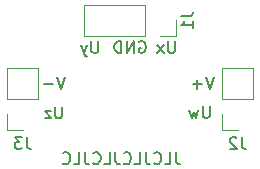
<source format=gbr>
%TF.GenerationSoftware,KiCad,Pcbnew,7.0.11*%
%TF.CreationDate,2024-08-15T23:16:24-03:00*%
%TF.ProjectId,tension-multiplier,74656e73-696f-46e2-9d6d-756c7469706c,0.1*%
%TF.SameCoordinates,Original*%
%TF.FileFunction,Legend,Bot*%
%TF.FilePolarity,Positive*%
%FSLAX46Y46*%
G04 Gerber Fmt 4.6, Leading zero omitted, Abs format (unit mm)*
G04 Created by KiCad (PCBNEW 7.0.11) date 2024-08-15 23:16:24*
%MOMM*%
%LPD*%
G01*
G04 APERTURE LIST*
%ADD10C,0.200000*%
%ADD11C,0.150000*%
%ADD12C,0.120000*%
G04 APERTURE END LIST*
D10*
X153290326Y-84067219D02*
X153290326Y-84876742D01*
X153290326Y-84876742D02*
X153242707Y-84971980D01*
X153242707Y-84971980D02*
X153195088Y-85019600D01*
X153195088Y-85019600D02*
X153099850Y-85067219D01*
X153099850Y-85067219D02*
X152909374Y-85067219D01*
X152909374Y-85067219D02*
X152814136Y-85019600D01*
X152814136Y-85019600D02*
X152766517Y-84971980D01*
X152766517Y-84971980D02*
X152718898Y-84876742D01*
X152718898Y-84876742D02*
X152718898Y-84067219D01*
X152337945Y-85067219D02*
X151814136Y-84400552D01*
X152337945Y-84400552D02*
X151814136Y-85067219D01*
X143730326Y-89607219D02*
X143730326Y-90416742D01*
X143730326Y-90416742D02*
X143682707Y-90511980D01*
X143682707Y-90511980D02*
X143635088Y-90559600D01*
X143635088Y-90559600D02*
X143539850Y-90607219D01*
X143539850Y-90607219D02*
X143349374Y-90607219D01*
X143349374Y-90607219D02*
X143254136Y-90559600D01*
X143254136Y-90559600D02*
X143206517Y-90511980D01*
X143206517Y-90511980D02*
X143158898Y-90416742D01*
X143158898Y-90416742D02*
X143158898Y-89607219D01*
X142777945Y-89940552D02*
X142254136Y-89940552D01*
X142254136Y-89940552D02*
X142777945Y-90607219D01*
X142777945Y-90607219D02*
X142254136Y-90607219D01*
X143973183Y-87107219D02*
X143639850Y-88107219D01*
X143639850Y-88107219D02*
X143306517Y-87107219D01*
X142973183Y-87726266D02*
X142211279Y-87726266D01*
D11*
X153377506Y-93469819D02*
X153377506Y-94184104D01*
X153377506Y-94184104D02*
X153425125Y-94326961D01*
X153425125Y-94326961D02*
X153520363Y-94422200D01*
X153520363Y-94422200D02*
X153663220Y-94469819D01*
X153663220Y-94469819D02*
X153758458Y-94469819D01*
X152425125Y-94469819D02*
X152901315Y-94469819D01*
X152901315Y-94469819D02*
X152901315Y-93469819D01*
X151520363Y-94374580D02*
X151567982Y-94422200D01*
X151567982Y-94422200D02*
X151710839Y-94469819D01*
X151710839Y-94469819D02*
X151806077Y-94469819D01*
X151806077Y-94469819D02*
X151948934Y-94422200D01*
X151948934Y-94422200D02*
X152044172Y-94326961D01*
X152044172Y-94326961D02*
X152091791Y-94231723D01*
X152091791Y-94231723D02*
X152139410Y-94041247D01*
X152139410Y-94041247D02*
X152139410Y-93898390D01*
X152139410Y-93898390D02*
X152091791Y-93707914D01*
X152091791Y-93707914D02*
X152044172Y-93612676D01*
X152044172Y-93612676D02*
X151948934Y-93517438D01*
X151948934Y-93517438D02*
X151806077Y-93469819D01*
X151806077Y-93469819D02*
X151710839Y-93469819D01*
X151710839Y-93469819D02*
X151567982Y-93517438D01*
X151567982Y-93517438D02*
X151520363Y-93565057D01*
X150806077Y-93469819D02*
X150806077Y-94184104D01*
X150806077Y-94184104D02*
X150853696Y-94326961D01*
X150853696Y-94326961D02*
X150948934Y-94422200D01*
X150948934Y-94422200D02*
X151091791Y-94469819D01*
X151091791Y-94469819D02*
X151187029Y-94469819D01*
X149853696Y-94469819D02*
X150329886Y-94469819D01*
X150329886Y-94469819D02*
X150329886Y-93469819D01*
X148948934Y-94374580D02*
X148996553Y-94422200D01*
X148996553Y-94422200D02*
X149139410Y-94469819D01*
X149139410Y-94469819D02*
X149234648Y-94469819D01*
X149234648Y-94469819D02*
X149377505Y-94422200D01*
X149377505Y-94422200D02*
X149472743Y-94326961D01*
X149472743Y-94326961D02*
X149520362Y-94231723D01*
X149520362Y-94231723D02*
X149567981Y-94041247D01*
X149567981Y-94041247D02*
X149567981Y-93898390D01*
X149567981Y-93898390D02*
X149520362Y-93707914D01*
X149520362Y-93707914D02*
X149472743Y-93612676D01*
X149472743Y-93612676D02*
X149377505Y-93517438D01*
X149377505Y-93517438D02*
X149234648Y-93469819D01*
X149234648Y-93469819D02*
X149139410Y-93469819D01*
X149139410Y-93469819D02*
X148996553Y-93517438D01*
X148996553Y-93517438D02*
X148948934Y-93565057D01*
X148234648Y-93469819D02*
X148234648Y-94184104D01*
X148234648Y-94184104D02*
X148282267Y-94326961D01*
X148282267Y-94326961D02*
X148377505Y-94422200D01*
X148377505Y-94422200D02*
X148520362Y-94469819D01*
X148520362Y-94469819D02*
X148615600Y-94469819D01*
X147282267Y-94469819D02*
X147758457Y-94469819D01*
X147758457Y-94469819D02*
X147758457Y-93469819D01*
X146377505Y-94374580D02*
X146425124Y-94422200D01*
X146425124Y-94422200D02*
X146567981Y-94469819D01*
X146567981Y-94469819D02*
X146663219Y-94469819D01*
X146663219Y-94469819D02*
X146806076Y-94422200D01*
X146806076Y-94422200D02*
X146901314Y-94326961D01*
X146901314Y-94326961D02*
X146948933Y-94231723D01*
X146948933Y-94231723D02*
X146996552Y-94041247D01*
X146996552Y-94041247D02*
X146996552Y-93898390D01*
X146996552Y-93898390D02*
X146948933Y-93707914D01*
X146948933Y-93707914D02*
X146901314Y-93612676D01*
X146901314Y-93612676D02*
X146806076Y-93517438D01*
X146806076Y-93517438D02*
X146663219Y-93469819D01*
X146663219Y-93469819D02*
X146567981Y-93469819D01*
X146567981Y-93469819D02*
X146425124Y-93517438D01*
X146425124Y-93517438D02*
X146377505Y-93565057D01*
X145663219Y-93469819D02*
X145663219Y-94184104D01*
X145663219Y-94184104D02*
X145710838Y-94326961D01*
X145710838Y-94326961D02*
X145806076Y-94422200D01*
X145806076Y-94422200D02*
X145948933Y-94469819D01*
X145948933Y-94469819D02*
X146044171Y-94469819D01*
X144710838Y-94469819D02*
X145187028Y-94469819D01*
X145187028Y-94469819D02*
X145187028Y-93469819D01*
X143806076Y-94374580D02*
X143853695Y-94422200D01*
X143853695Y-94422200D02*
X143996552Y-94469819D01*
X143996552Y-94469819D02*
X144091790Y-94469819D01*
X144091790Y-94469819D02*
X144234647Y-94422200D01*
X144234647Y-94422200D02*
X144329885Y-94326961D01*
X144329885Y-94326961D02*
X144377504Y-94231723D01*
X144377504Y-94231723D02*
X144425123Y-94041247D01*
X144425123Y-94041247D02*
X144425123Y-93898390D01*
X144425123Y-93898390D02*
X144377504Y-93707914D01*
X144377504Y-93707914D02*
X144329885Y-93612676D01*
X144329885Y-93612676D02*
X144234647Y-93517438D01*
X144234647Y-93517438D02*
X144091790Y-93469819D01*
X144091790Y-93469819D02*
X143996552Y-93469819D01*
X143996552Y-93469819D02*
X143853695Y-93517438D01*
X143853695Y-93517438D02*
X143806076Y-93565057D01*
D10*
X156230326Y-89567219D02*
X156230326Y-90376742D01*
X156230326Y-90376742D02*
X156182707Y-90471980D01*
X156182707Y-90471980D02*
X156135088Y-90519600D01*
X156135088Y-90519600D02*
X156039850Y-90567219D01*
X156039850Y-90567219D02*
X155849374Y-90567219D01*
X155849374Y-90567219D02*
X155754136Y-90519600D01*
X155754136Y-90519600D02*
X155706517Y-90471980D01*
X155706517Y-90471980D02*
X155658898Y-90376742D01*
X155658898Y-90376742D02*
X155658898Y-89567219D01*
X155277945Y-89900552D02*
X155087469Y-90567219D01*
X155087469Y-90567219D02*
X154896993Y-90091028D01*
X154896993Y-90091028D02*
X154706517Y-90567219D01*
X154706517Y-90567219D02*
X154516041Y-89900552D01*
X156573183Y-87107219D02*
X156239850Y-88107219D01*
X156239850Y-88107219D02*
X155906517Y-87107219D01*
X155573183Y-87726266D02*
X154811279Y-87726266D01*
X155192231Y-88107219D02*
X155192231Y-87345314D01*
X146790326Y-84067219D02*
X146790326Y-84876742D01*
X146790326Y-84876742D02*
X146742707Y-84971980D01*
X146742707Y-84971980D02*
X146695088Y-85019600D01*
X146695088Y-85019600D02*
X146599850Y-85067219D01*
X146599850Y-85067219D02*
X146409374Y-85067219D01*
X146409374Y-85067219D02*
X146314136Y-85019600D01*
X146314136Y-85019600D02*
X146266517Y-84971980D01*
X146266517Y-84971980D02*
X146218898Y-84876742D01*
X146218898Y-84876742D02*
X146218898Y-84067219D01*
X145837945Y-84400552D02*
X145599850Y-85067219D01*
X145361755Y-84400552D02*
X145599850Y-85067219D01*
X145599850Y-85067219D02*
X145695088Y-85305314D01*
X145695088Y-85305314D02*
X145742707Y-85352933D01*
X145742707Y-85352933D02*
X145837945Y-85400552D01*
X150266517Y-84114838D02*
X150361755Y-84067219D01*
X150361755Y-84067219D02*
X150504612Y-84067219D01*
X150504612Y-84067219D02*
X150647469Y-84114838D01*
X150647469Y-84114838D02*
X150742707Y-84210076D01*
X150742707Y-84210076D02*
X150790326Y-84305314D01*
X150790326Y-84305314D02*
X150837945Y-84495790D01*
X150837945Y-84495790D02*
X150837945Y-84638647D01*
X150837945Y-84638647D02*
X150790326Y-84829123D01*
X150790326Y-84829123D02*
X150742707Y-84924361D01*
X150742707Y-84924361D02*
X150647469Y-85019600D01*
X150647469Y-85019600D02*
X150504612Y-85067219D01*
X150504612Y-85067219D02*
X150409374Y-85067219D01*
X150409374Y-85067219D02*
X150266517Y-85019600D01*
X150266517Y-85019600D02*
X150218898Y-84971980D01*
X150218898Y-84971980D02*
X150218898Y-84638647D01*
X150218898Y-84638647D02*
X150409374Y-84638647D01*
X149790326Y-85067219D02*
X149790326Y-84067219D01*
X149790326Y-84067219D02*
X149218898Y-85067219D01*
X149218898Y-85067219D02*
X149218898Y-84067219D01*
X148742707Y-85067219D02*
X148742707Y-84067219D01*
X148742707Y-84067219D02*
X148504612Y-84067219D01*
X148504612Y-84067219D02*
X148361755Y-84114838D01*
X148361755Y-84114838D02*
X148266517Y-84210076D01*
X148266517Y-84210076D02*
X148218898Y-84305314D01*
X148218898Y-84305314D02*
X148171279Y-84495790D01*
X148171279Y-84495790D02*
X148171279Y-84638647D01*
X148171279Y-84638647D02*
X148218898Y-84829123D01*
X148218898Y-84829123D02*
X148266517Y-84924361D01*
X148266517Y-84924361D02*
X148361755Y-85019600D01*
X148361755Y-85019600D02*
X148504612Y-85067219D01*
X148504612Y-85067219D02*
X148742707Y-85067219D01*
X153807219Y-81966666D02*
X154521504Y-81966666D01*
X154521504Y-81966666D02*
X154664361Y-81919047D01*
X154664361Y-81919047D02*
X154759600Y-81823809D01*
X154759600Y-81823809D02*
X154807219Y-81680952D01*
X154807219Y-81680952D02*
X154807219Y-81585714D01*
X154807219Y-82966666D02*
X154807219Y-82395238D01*
X154807219Y-82680952D02*
X153807219Y-82680952D01*
X153807219Y-82680952D02*
X153950076Y-82585714D01*
X153950076Y-82585714D02*
X154045314Y-82490476D01*
X154045314Y-82490476D02*
X154092933Y-82395238D01*
X140733333Y-92192219D02*
X140733333Y-92906504D01*
X140733333Y-92906504D02*
X140780952Y-93049361D01*
X140780952Y-93049361D02*
X140876190Y-93144600D01*
X140876190Y-93144600D02*
X141019047Y-93192219D01*
X141019047Y-93192219D02*
X141114285Y-93192219D01*
X140352380Y-92192219D02*
X139733333Y-92192219D01*
X139733333Y-92192219D02*
X140066666Y-92573171D01*
X140066666Y-92573171D02*
X139923809Y-92573171D01*
X139923809Y-92573171D02*
X139828571Y-92620790D01*
X139828571Y-92620790D02*
X139780952Y-92668409D01*
X139780952Y-92668409D02*
X139733333Y-92763647D01*
X139733333Y-92763647D02*
X139733333Y-93001742D01*
X139733333Y-93001742D02*
X139780952Y-93096980D01*
X139780952Y-93096980D02*
X139828571Y-93144600D01*
X139828571Y-93144600D02*
X139923809Y-93192219D01*
X139923809Y-93192219D02*
X140209523Y-93192219D01*
X140209523Y-93192219D02*
X140304761Y-93144600D01*
X140304761Y-93144600D02*
X140352380Y-93096980D01*
X158933333Y-92192219D02*
X158933333Y-92906504D01*
X158933333Y-92906504D02*
X158980952Y-93049361D01*
X158980952Y-93049361D02*
X159076190Y-93144600D01*
X159076190Y-93144600D02*
X159219047Y-93192219D01*
X159219047Y-93192219D02*
X159314285Y-93192219D01*
X158504761Y-92287457D02*
X158457142Y-92239838D01*
X158457142Y-92239838D02*
X158361904Y-92192219D01*
X158361904Y-92192219D02*
X158123809Y-92192219D01*
X158123809Y-92192219D02*
X158028571Y-92239838D01*
X158028571Y-92239838D02*
X157980952Y-92287457D01*
X157980952Y-92287457D02*
X157933333Y-92382695D01*
X157933333Y-92382695D02*
X157933333Y-92477933D01*
X157933333Y-92477933D02*
X157980952Y-92620790D01*
X157980952Y-92620790D02*
X158552380Y-93192219D01*
X158552380Y-93192219D02*
X157933333Y-93192219D01*
D12*
%TO.C,J1*%
X145615000Y-83630000D02*
X145615000Y-80970000D01*
X150755000Y-83630000D02*
X145615000Y-83630000D01*
X150755000Y-83630000D02*
X150755000Y-80970000D01*
X152025000Y-83630000D02*
X153355000Y-83630000D01*
X153355000Y-83630000D02*
X153355000Y-82300000D01*
X150755000Y-80970000D02*
X145615000Y-80970000D01*
%TO.C,J3*%
X139070000Y-86370000D02*
X141730000Y-86370000D01*
X139070000Y-88970000D02*
X139070000Y-86370000D01*
X139070000Y-88970000D02*
X141730000Y-88970000D01*
X139070000Y-90240000D02*
X139070000Y-91570000D01*
X139070000Y-91570000D02*
X140400000Y-91570000D01*
X141730000Y-88970000D02*
X141730000Y-86370000D01*
%TO.C,J2*%
X157270000Y-86370000D02*
X159930000Y-86370000D01*
X157270000Y-88970000D02*
X157270000Y-86370000D01*
X157270000Y-88970000D02*
X159930000Y-88970000D01*
X157270000Y-90240000D02*
X157270000Y-91570000D01*
X157270000Y-91570000D02*
X158600000Y-91570000D01*
X159930000Y-88970000D02*
X159930000Y-86370000D01*
%TD*%
M02*

</source>
